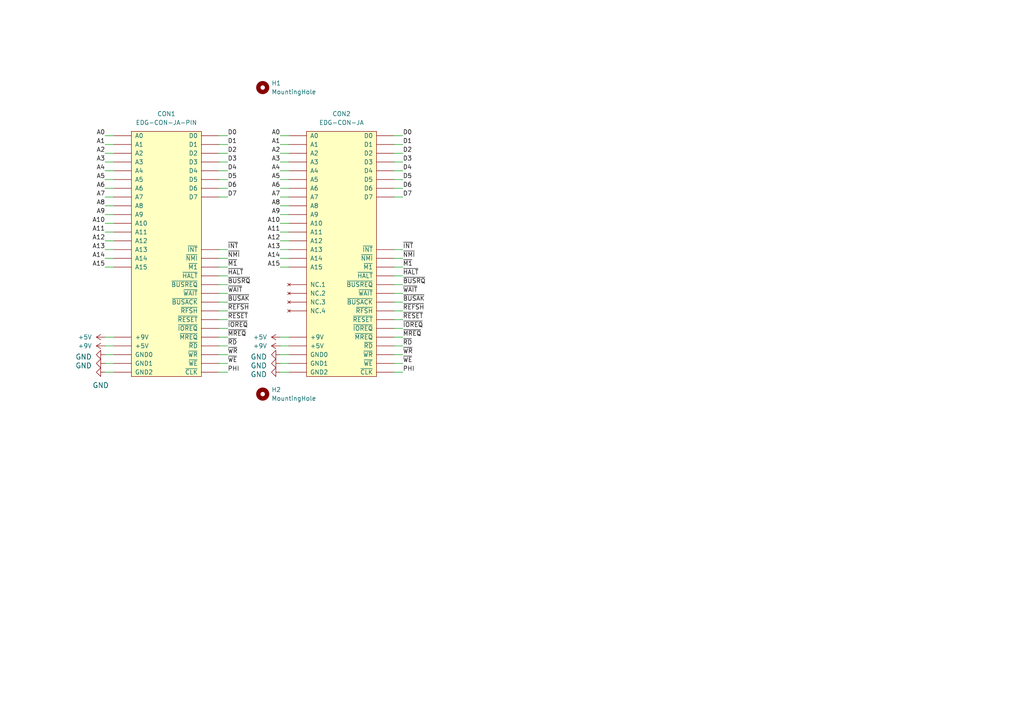
<source format=kicad_sch>
(kicad_sch (version 20211123) (generator eeschema)
  (paper "A4")
  (title_block (title "ACE 2 Pinout to Edge Connector") (date "2022-12-09") (rev "-1") (comment 1 "John Bradley"))
  (lib_symbols
    (symbol "Mechanical:MountingHole" (pin_names (offset 1.016))
      (property "Reference" "H" (at 0 5.08 0))
      (property "Value" "MountingHole" (at 0 3.175 0))
      (symbol "MountingHole_0_1"
        (circle (center 0 0) (radius 1.27) (stroke (width 1.27)))
      )
    )
    (symbol "edg-con-ja:EDG-CON-JA" (pin_names (offset 1.016))
      (property "Reference" "CON?" (at 7.62 35.56 0))
      (property "Value" "EDG-CON-JA" (at -3.81 35.56 0))
      (symbol "EDG-CON-JA_0_0"
        (pin power_in line (at -15.24 -30.48 0) (length 5.08) (name "GND0") (number "GND0"))
      )
      (symbol "EDG-CON-JA_1_0"
        (rectangle (start -10.16 34.29) (end 10.16 -36.83) (fill (type background)))
        (pin power_in line (at -15.24 -27.94 0) (length 5.08) (name "+5V") (number "+5V"))
        (pin power_in line (at -15.24 -25.4 0) (length 5.08) (name "+9V") (number "+9V"))
        (pin bidirectional line (at -15.24 33.02 0) (length 5.08) (name "A0") (number "A0"))
        (pin bidirectional line (at -15.24 30.48 0) (length 5.08) (name "A1") (number "A1"))
        (pin bidirectional line (at -15.24 7.62 0) (length 5.08) (name "A10") (number "A10"))
        (pin bidirectional line (at -15.24 5.08 0) (length 5.08) (name "A11") (number "A11"))
        (pin bidirectional line (at -15.24 2.54 0) (length 5.08) (name "A12") (number "A12"))
        (pin bidirectional line (at -15.24 0 0) (length 5.08) (name "A13") (number "A13"))
        (pin bidirectional line (at -15.24 -2.54 0) (length 5.08) (name "A14") (number "A14"))
        (pin bidirectional line (at -15.24 -5.08 0) (length 5.08) (name "A15") (number "A15"))
        (pin bidirectional line (at -15.24 27.94 0) (length 5.08) (name "A2") (number "A2"))
        (pin bidirectional line (at -15.24 25.4 0) (length 5.08) (name "A3") (number "A3"))
        (pin bidirectional line (at -15.24 22.86 0) (length 5.08) (name "A4") (number "A4"))
        (pin bidirectional line (at -15.24 20.32 0) (length 5.08) (name "A5") (number "A5"))
        (pin bidirectional line (at -15.24 17.78 0) (length 5.08) (name "A6") (number "A6"))
        (pin bidirectional line (at -15.24 15.24 0) (length 5.08) (name "A7") (number "A7"))
        (pin bidirectional line (at -15.24 12.7 0) (length 5.08) (name "A8") (number "A8"))
        (pin bidirectional line (at -15.24 10.16 0) (length 5.08) (name "A9") (number "A9"))
        (pin bidirectional line (at 15.24 33.02 180) (length 5.08) (name "D0") (number "D0"))
        (pin bidirectional line (at 15.24 30.48 180) (length 5.08) (name "D1") (number "D1"))
        (pin bidirectional line (at 15.24 27.94 180) (length 5.08) (name "D2") (number "D2"))
        (pin bidirectional line (at 15.24 25.4 180) (length 5.08) (name "D3") (number "D3"))
        (pin bidirectional line (at 15.24 22.86 180) (length 5.08) (name "D4") (number "D4"))
        (pin bidirectional line (at 15.24 20.32 180) (length 5.08) (name "D5") (number "D5"))
        (pin bidirectional line (at 15.24 17.78 180) (length 5.08) (name "D6") (number "D6"))
        (pin bidirectional line (at 15.24 15.24 180) (length 5.08) (name "D7") (number "D7"))
        (pin power_in line (at -15.24 -33.02 0) (length 5.08) (name "GND1") (number "GND1"))
        (pin power_in line (at -15.24 -35.56 0) (length 5.08) (name "GND2") (number "GND2"))
        (pin no_connect line (at -15.24 -10.16 0) (length 5.08) (name "NC.1") (number "N.C.1"))
        (pin no_connect line (at -15.24 -12.7 0) (length 5.08) (name "NC.2") (number "N.C.2"))
        (pin no_connect line (at -15.24 -15.24 0) (length 5.08) (name "NC.3") (number "N.C.3"))
        (pin no_connect line (at -15.24 -17.78 0) (length 5.08) (name "NC.4") (number "N.C.4"))
        (pin bidirectional line (at 15.24 -15.24 180) (length 5.08) (name "~{BUSACK}") (number "~{BUSACK}"))
        (pin bidirectional line (at 15.24 -10.16 180) (length 5.08) (name "~{BUSREQ}") (number "~{BUSREQ}"))
        (pin bidirectional line (at 15.24 -35.56 180) (length 5.08) (name "~{CLK}") (number "~{CLK}"))
        (pin bidirectional line (at 15.24 -7.62 180) (length 5.08) (name "~{HALT}") (number "~{HALT}"))
        (pin bidirectional line (at 15.24 0 180) (length 5.08) (name "~{INT}") (number "~{INT}"))
        (pin bidirectional line (at 15.24 -22.86 180) (length 5.08) (name "~{IOREQ}") (number "~{IOREQ}"))
        (pin bidirectional line (at 15.24 -5.08 180) (length 5.08) (name "~{M1}") (number "~{M1}"))
        (pin bidirectional line (at 15.24 -25.4 180) (length 5.08) (name "~{MREQ}") (number "~{MREQ}"))
        (pin passive line (at 15.24 -2.54 180) (length 5.08) (name "~{NMI}") (number "~{NMI}"))
        (pin bidirectional line (at 15.24 -27.94 180) (length 5.08) (name "~{RD}") (number "~{RD}"))
        (pin bidirectional line (at 15.24 -20.32 180) (length 5.08) (name "~{RESET}") (number "~{RESET}"))
        (pin bidirectional line (at 15.24 -17.78 180) (length 5.08) (name "~{RFSH}") (number "~{RFSH}"))
        (pin bidirectional line (at 15.24 -12.7 180) (length 5.08) (name "~{WAIT}") (number "~{WAIT}"))
        (pin bidirectional line (at 15.24 -33.02 180) (length 5.08) (name "~{WE}") (number "~{WE}"))
        (pin bidirectional line (at 15.24 -30.48 180) (length 5.08) (name "~{WR}") (number "~{WR}"))
      )
    )
    (symbol "edg-con-ja:EDG-CON-JA-PIN" (pin_names (offset 1.016))
      (property "Reference" "CON?" (at 7.62 35.56 0))
      (property "Value" "EDG-CON-JA-PIN" (at -3.81 35.56 0))
      (symbol "EDG-CON-JA-PIN_0_0"
        (pin power_in line (at -15.24 -30.48 0) (length 5.08) (name "GND0") (number "41"))
      )
      (symbol "EDG-CON-JA-PIN_1_0"
        (rectangle (start -10.16 34.29) (end 10.16 -36.83) (fill (type background)))
        (pin bidirectional line (at 15.24 -33.02 180) (length 5.08) (name "~{WE}") (number "1"))
        (pin bidirectional line (at -15.24 25.4 0) (length 5.08) (name "A3") (number "10"))
        (pin bidirectional line (at -15.24 12.7 0) (length 5.08) (name "A8") (number "11"))
        (pin bidirectional line (at -15.24 22.86 0) (length 5.08) (name "A4") (number "12"))
        (pin bidirectional line (at -15.24 10.16 0) (length 5.08) (name "A9") (number "13"))
        (pin bidirectional line (at -15.24 20.32 0) (length 5.08) (name "A5") (number "14"))
        (pin bidirectional line (at -15.24 7.62 0) (length 5.08) (name "A10") (number "15"))
        (pin bidirectional line (at -15.24 17.78 0) (length 5.08) (name "A6") (number "16"))
        (pin bidirectional line (at -15.24 27.94 0) (length 5.08) (name "A2") (number "17"))
        (pin bidirectional line (at 15.24 -17.78 180) (length 5.08) (name "~{RFSH}") (number "18"))
        (pin bidirectional line (at 15.24 20.32 180) (length 5.08) (name "D5") (number "19"))
        (pin bidirectional line (at 15.24 15.24 180) (length 5.08) (name "D7") (number "2"))
        (pin bidirectional line (at 15.24 -5.08 180) (length 5.08) (name "~{M1}") (number "20"))
        (pin bidirectional line (at 15.24 25.4 180) (length 5.08) (name "D3") (number "21"))
        (pin bidirectional line (at 15.24 -20.32 180) (length 5.08) (name "~{RESET}") (number "22"))
        (pin bidirectional line (at 15.24 22.86 180) (length 5.08) (name "D4") (number "23"))
        (pin bidirectional line (at 15.24 -10.16 180) (length 5.08) (name "~{BUSREQ}") (number "24"))
        (pin bidirectional line (at -15.24 -5.08 0) (length 5.08) (name "A15") (number "25"))
        (pin bidirectional line (at 15.24 -12.7 180) (length 5.08) (name "~{WAIT}") (number "26"))
        (pin bidirectional line (at -15.24 -2.54 0) (length 5.08) (name "A14") (number "27"))
        (pin bidirectional line (at 15.24 -15.24 180) (length 5.08) (name "~{BUSACK}") (number "28"))
        (pin bidirectional line (at -15.24 0 0) (length 5.08) (name "A13") (number "29"))
        (pin bidirectional line (at 15.24 17.78 180) (length 5.08) (name "D6") (number "3"))
        (pin bidirectional line (at 15.24 -30.48 180) (length 5.08) (name "~{WR}") (number "30"))
        (pin bidirectional line (at -15.24 2.54 0) (length 5.08) (name "A12") (number "31"))
        (pin bidirectional line (at 15.24 -27.94 180) (length 5.08) (name "~{RD}") (number "32"))
        (pin bidirectional line (at -15.24 5.08 0) (length 5.08) (name "A11") (number "33"))
        (pin bidirectional line (at 15.24 -22.86 180) (length 5.08) (name "~{IOREQ}") (number "34"))
        (pin bidirectional line (at 15.24 -35.56 180) (length 5.08) (name "~{CLK}") (number "35"))
        (pin bidirectional line (at 15.24 -25.4 180) (length 5.08) (name "~{MREQ}") (number "36"))
        (pin power_in line (at -15.24 -27.94 0) (length 5.08) (name "+5V") (number "37"))
        (pin bidirectional line (at 15.24 -7.62 180) (length 5.08) (name "~{HALT}") (number "38"))
        (pin power_in line (at -15.24 -25.4 0) (length 5.08) (name "+9V") (number "39"))
        (pin bidirectional line (at 15.24 27.94 180) (length 5.08) (name "D2") (number "4"))
        (pin passive line (at 15.24 -2.54 180) (length 5.08) (name "~{NMI}") (number "40"))
        (pin bidirectional line (at 15.24 0 180) (length 5.08) (name "~{INT}") (number "42"))
        (pin power_in line (at -15.24 -33.02 0) (length 5.08) (name "GND1") (number "43"))
        (pin power_in line (at -15.24 -35.56 0) (length 5.08) (name "GND2") (number "44"))
        (pin bidirectional line (at 15.24 30.48 180) (length 5.08) (name "D1") (number "5"))
        (pin bidirectional line (at 15.24 33.02 180) (length 5.08) (name "D0") (number "6"))
        (pin bidirectional line (at -15.24 33.02 0) (length 5.08) (name "A0") (number "7"))
        (pin bidirectional line (at -15.24 30.48 0) (length 5.08) (name "A1") (number "8"))
        (pin bidirectional line (at -15.24 15.24 0) (length 5.08) (name "A7") (number "9"))
      )
    )
    (symbol "power:+5V" (power) (pin_names (offset 0))
      (property "Value" "+5V" (at 0 3.556 0))
      (symbol "+5V_0_1"
        (polyline (pts (xy -0.762 1.27) (xy 0 2.54)))
        (polyline (pts (xy 0 0) (xy 0 2.54)))
        (polyline (pts (xy 0 2.54) (xy 0.762 1.27)))
      )
      (symbol "+5V_1_1"
        (pin power_in line (at 0 0 90) (length 0) hide (name "+5V") (number "1"))
      )
    )
    (symbol "power:+9V" (power) (pin_names (offset 0))
      (property "Value" "+9V" (at 0 3.556 0))
      (symbol "+9V_0_1"
        (polyline (pts (xy -0.762 1.27) (xy 0 2.54)))
        (polyline (pts (xy 0 0) (xy 0 2.54)))
        (polyline (pts (xy 0 2.54) (xy 0.762 1.27)))
      )
      (symbol "+9V_1_1"
        (pin power_in line (at 0 0 90) (length 0) hide (name "+9V") (number "1"))
      )
    )
    (symbol "power:GND" (power) (pin_names (offset 0))
      (property "Value" "GND" (at 0 -3.81 0))
      (symbol "GND_0_1"
        (polyline (pts (xy 0 0) (xy 0 -1.27) (xy 1.27 -1.27) (xy 0 -2.54) (xy -1.27 -1.27) (xy 0 -1.27)))
      )
      (symbol "GND_1_1"
        (pin power_in line (at 0 0 270) (length 0) hide (name "GND") (number "1"))
      )
    )
  )
  (wire (pts (xy 63.5 57.15) (xy 66.04 57.15)))
  (wire (pts (xy 114.3 46.99) (xy 116.84 46.99)))
  (wire (pts (xy 114.3 72.39) (xy 116.84 72.39)))
  (wire (pts (xy 114.3 41.91) (xy 116.84 41.91)))
  (wire (pts (xy 63.5 97.79) (xy 66.04 97.79)))
  (wire (pts (xy 33.02 49.53) (xy 30.48 49.53)))
  (wire (pts (xy 33.02 59.69) (xy 30.48 59.69)))
  (wire (pts (xy 33.02 107.95) (xy 30.48 107.95)))
  (wire (pts (xy 83.82 41.91) (xy 81.28 41.91)))
  (wire (pts (xy 114.3 49.53) (xy 116.84 49.53)))
  (wire (pts (xy 63.5 90.17) (xy 66.04 90.17)))
  (wire (pts (xy 114.3 102.87) (xy 116.84 102.87)))
  (wire (pts (xy 33.02 41.91) (xy 30.48 41.91)))
  (wire (pts (xy 114.3 52.07) (xy 116.84 52.07)))
  (wire (pts (xy 63.5 100.33) (xy 66.04 100.33)))
  (wire (pts (xy 33.02 102.87) (xy 30.48 102.87)))
  (wire (pts (xy 114.3 39.37) (xy 116.84 39.37)))
  (wire (pts (xy 83.82 46.99) (xy 81.28 46.99)))
  (wire (pts (xy 63.5 80.01) (xy 66.04 80.01)))
  (wire (pts (xy 63.5 82.55) (xy 66.04 82.55)))
  (wire (pts (xy 63.5 85.09) (xy 66.04 85.09)))
  (wire (pts (xy 33.02 57.15) (xy 30.48 57.15)))
  (wire (pts (xy 63.5 102.87) (xy 66.04 102.87)))
  (wire (pts (xy 114.3 105.41) (xy 116.84 105.41)))
  (wire (pts (xy 83.82 77.47) (xy 81.28 77.47)))
  (wire (pts (xy 63.5 92.71) (xy 66.04 92.71)))
  (wire (pts (xy 63.5 46.99) (xy 66.04 46.99)))
  (wire (pts (xy 63.5 77.47) (xy 66.04 77.47)))
  (wire (pts (xy 114.3 57.15) (xy 116.84 57.15)))
  (wire (pts (xy 33.02 64.77) (xy 30.48 64.77)))
  (wire (pts (xy 114.3 92.71) (xy 116.84 92.71)))
  (wire (pts (xy 63.5 95.25) (xy 66.04 95.25)))
  (wire (pts (xy 33.02 72.39) (xy 30.48 72.39)))
  (wire (pts (xy 33.02 97.79) (xy 30.48 97.79)))
  (wire (pts (xy 33.02 46.99) (xy 30.48 46.99)))
  (wire (pts (xy 83.82 44.45) (xy 81.28 44.45)))
  (wire (pts (xy 83.82 62.23) (xy 81.28 62.23)))
  (wire (pts (xy 83.82 57.15) (xy 81.28 57.15)))
  (wire (pts (xy 114.3 87.63) (xy 116.84 87.63)))
  (wire (pts (xy 63.5 54.61) (xy 66.04 54.61)))
  (wire (pts (xy 33.02 100.33) (xy 30.48 100.33)))
  (wire (pts (xy 83.82 64.77) (xy 81.28 64.77)))
  (wire (pts (xy 33.02 62.23) (xy 30.48 62.23)))
  (wire (pts (xy 83.82 54.61) (xy 81.28 54.61)))
  (wire (pts (xy 81.28 105.41) (xy 83.82 105.41)))
  (wire (pts (xy 114.3 80.01) (xy 116.84 80.01)))
  (wire (pts (xy 114.3 44.45) (xy 116.84 44.45)))
  (wire (pts (xy 83.82 59.69) (xy 81.28 59.69)))
  (wire (pts (xy 63.5 87.63) (xy 66.04 87.63)))
  (wire (pts (xy 30.48 105.41) (xy 33.02 105.41)))
  (wire (pts (xy 83.82 72.39) (xy 81.28 72.39)))
  (wire (pts (xy 63.5 72.39) (xy 66.04 72.39)))
  (wire (pts (xy 114.3 100.33) (xy 116.84 100.33)))
  (wire (pts (xy 63.5 41.91) (xy 66.04 41.91)))
  (wire (pts (xy 83.82 107.95) (xy 81.28 107.95)))
  (wire (pts (xy 63.5 105.41) (xy 66.04 105.41)))
  (wire (pts (xy 83.82 52.07) (xy 81.28 52.07)))
  (wire (pts (xy 83.82 39.37) (xy 81.28 39.37)))
  (wire (pts (xy 83.82 102.87) (xy 81.28 102.87)))
  (wire (pts (xy 33.02 52.07) (xy 30.48 52.07)))
  (wire (pts (xy 63.5 39.37) (xy 66.04 39.37)))
  (wire (pts (xy 63.5 107.95) (xy 66.04 107.95)))
  (wire (pts (xy 114.3 107.95) (xy 116.84 107.95)))
  (wire (pts (xy 83.82 100.33) (xy 81.28 100.33)))
  (wire (pts (xy 114.3 82.55) (xy 116.84 82.55)))
  (wire (pts (xy 114.3 90.17) (xy 116.84 90.17)))
  (wire (pts (xy 33.02 69.85) (xy 30.48 69.85)))
  (wire (pts (xy 114.3 54.61) (xy 116.84 54.61)))
  (wire (pts (xy 83.82 49.53) (xy 81.28 49.53)))
  (wire (pts (xy 114.3 74.93) (xy 116.84 74.93)))
  (wire (pts (xy 83.82 67.31) (xy 81.28 67.31)))
  (wire (pts (xy 33.02 67.31) (xy 30.48 67.31)))
  (wire (pts (xy 63.5 52.07) (xy 66.04 52.07)))
  (wire (pts (xy 33.02 39.37) (xy 30.48 39.37)))
  (wire (pts (xy 114.3 95.25) (xy 116.84 95.25)))
  (wire (pts (xy 33.02 77.47) (xy 30.48 77.47)))
  (wire (pts (xy 63.5 44.45) (xy 66.04 44.45)))
  (wire (pts (xy 63.5 49.53) (xy 66.04 49.53)))
  (wire (pts (xy 33.02 74.93) (xy 30.48 74.93)))
  (wire (pts (xy 63.5 74.93) (xy 66.04 74.93)))
  (wire (pts (xy 114.3 85.09) (xy 116.84 85.09)))
  (wire (pts (xy 83.82 74.93) (xy 81.28 74.93)))
  (wire (pts (xy 114.3 77.47) (xy 116.84 77.47)))
  (wire (pts (xy 83.82 69.85) (xy 81.28 69.85)))
  (wire (pts (xy 33.02 54.61) (xy 30.48 54.61)))
  (wire (pts (xy 114.3 97.79) (xy 116.84 97.79)))
  (wire (pts (xy 83.82 97.79) (xy 81.28 97.79)))
  (wire (pts (xy 33.02 44.45) (xy 30.48 44.45)))
  (label "A9" (at 30.48 62.23 0))
  (label "A7" (at 81.28 57.15 0))
  (label "~{WR}" (at 66.04 102.87 0))
  (label "~{INT}" (at 66.04 72.39 0))
  (label "~{M1}" (at 66.04 77.47 0))
  (label "A15" (at 81.28 77.47 0))
  (label "D7" (at 66.04 57.15 0))
  (label "~{BUSRQ}" (at 116.84 82.55 0))
  (label "D6" (at 66.04 54.61 0))
  (label "PHI" (at 66.04 107.95 0))
  (label "A12" (at 30.48 69.85 0))
  (label "A3" (at 81.28 46.99 0))
  (label "A8" (at 81.28 59.69 0))
  (label "A1" (at 81.28 41.91 0))
  (label "A2" (at 30.48 44.45 0))
  (label "A13" (at 81.28 72.39 0))
  (label "~{HALT}" (at 116.84 80.01 0))
  (label "D3" (at 66.04 46.99 0))
  (label "A11" (at 81.28 67.31 0))
  (label "A10" (at 30.48 64.77 0))
  (label "~{REFSH}" (at 66.04 90.17 0))
  (label "~{WAIT}" (at 66.04 85.09 0))
  (label "A6" (at 30.48 54.61 0))
  (label "~{INT}" (at 116.84 72.39 0))
  (label "~{HALT}" (at 66.04 80.01 0))
  (label "A13" (at 30.48 72.39 0))
  (label "~{RESET}" (at 66.04 92.71 0))
  (label "~{WE}" (at 116.84 105.41 0))
  (label "A14" (at 81.28 74.93 0))
  (label "D1" (at 66.04 41.91 0))
  (label "A8" (at 30.48 59.69 0))
  (label "A9" (at 81.28 62.23 0))
  (label "~{REFSH}" (at 116.84 90.17 0))
  (label "~{WAIT}" (at 116.84 85.09 0))
  (label "PHI" (at 116.84 107.95 0))
  (label "~{NMI}" (at 66.04 74.93 0))
  (label "D2" (at 66.04 44.45 0))
  (label "D4" (at 116.84 49.53 0))
  (label "D4" (at 66.04 49.53 0))
  (label "A2" (at 81.28 44.45 0))
  (label "A5" (at 81.28 52.07 0))
  (label "D5" (at 66.04 52.07 0))
  (label "~{MREQ}" (at 116.84 97.79 0))
  (label "D7" (at 116.84 57.15 0))
  (label "~{RD}" (at 66.04 100.33 0))
  (label "A12" (at 81.28 69.85 0))
  (label "A15" (at 30.48 77.47 0))
  (label "~{IOREQ}" (at 116.84 95.25 0))
  (label "~{BUSAK}" (at 116.84 87.63 0))
  (label "~{WR}" (at 116.84 102.87 0))
  (label "D1" (at 116.84 41.91 0))
  (label "A3" (at 30.48 46.99 0))
  (label "~{BUSAK}" (at 66.04 87.63 0))
  (label "A4" (at 81.28 49.53 0))
  (label "D6" (at 116.84 54.61 0))
  (label "A7" (at 30.48 57.15 0))
  (label "D2" (at 116.84 44.45 0))
  (label "A10" (at 81.28 64.77 0))
  (label "~{MREQ}" (at 66.04 97.79 0))
  (label "D0" (at 66.04 39.37 0))
  (label "D0" (at 116.84 39.37 0))
  (label "A14" (at 30.48 74.93 0))
  (label "~{NMI}" (at 116.84 74.93 0))
  (label "~{IOREQ}" (at 66.04 95.25 0))
  (label "~{WE}" (at 66.04 105.41 0))
  (label "A6" (at 81.28 54.61 0))
  (label "D3" (at 116.84 46.99 0))
  (label "A1" (at 30.48 41.91 0))
  (label "A11" (at 30.48 67.31 0))
  (label "~{RD}" (at 116.84 100.33 0))
  (label "A0" (at 30.48 39.37 0))
  (label "A4" (at 30.48 49.53 0))
  (label "A5" (at 30.48 52.07 0))
  (label "~{M1}" (at 116.84 77.47 0))
  (label "D5" (at 116.84 52.07 0))
  (label "~{RESET}" (at 116.84 92.71 0))
  (label "~{BUSRQ}" (at 66.04 82.55 0))
  (label "A0" (at 81.28 39.37 0))
  (symbol (lib_id "Mechanical:MountingHole") (at 76.2 25.4 0) (unit 1)
    (property "Reference" "H1" (at 78.74 24.1299 0) (effects (justify left)))
    (property "Value" "MountingHole" (at 78.74 26.6699 0) (effects (justify left)))
    (property "Footprint" "MountingHole:MountingHole_3.2mm_M3" (effects hide))
  )
  (symbol (lib_id "Mechanical:MountingHole") (at 76.2 114.3 0) (unit 1)
    (property "Reference" "H2" (at 78.74 113.0299 0) (effects (justify left)))
    (property "Value" "MountingHole" (at 78.74 115.5699 0) (effects (justify left)))
    (property "Footprint" "MountingHole:MountingHole_3.2mm_M3" (effects hide))
  )
  (symbol (lib_id "power:+9V") (at 81.28 100.33 90) (unit 1)
    (property "Reference" "#PWR0103" (effects hide))
    (property "Value" "+9V" (at 77.47 100.3299 90) (effects (justify left)))
  )
  (symbol (lib_id "edg-con-ja:EDG-CON-JA-PIN") (at 48.26 72.39 0) (unit 1)
    (property "Reference" "CON1" (at 48.26 33.02 0))
    (property "Value" "EDG-CON-JA-PIN" (at 48.26 35.56 0))
    (property "Footprint" "Connector_PinSocket_2.54mm:PinSocket_2x22_P2.54mm_Vertical" (effects hide))
  )
  (symbol (lib_id "power:+5V") (at 81.28 97.79 90) (unit 1)
    (property "Reference" "#PWR0104" (effects hide))
    (property "Value" "+5V" (at 77.47 97.7899 90) (effects (justify left)))
  )
  (symbol (lib_id "power:GND") (at 81.28 102.87 270) (unit 1)
    (property "Reference" "#SUPPLY0104" (effects hide))
    (property "Value" "GND" (at 77.47 103.5049 90) (effects (font (size 1.4986 1.4986)) (justify right)))
  )
  (symbol (lib_id "power:GND") (at 30.48 107.95 270) (unit 1)
    (property "Reference" "#SUPPLY0108" (effects hide))
    (property "Value" "GND" (at 29.21 111.76 90) (effects (font (size 1.4986 1.4986))))
  )
  (symbol (lib_id "power:GND") (at 30.48 102.87 270) (unit 1)
    (property "Reference" "#SUPPLY0106" (effects hide))
    (property "Value" "GND" (at 26.67 103.5049 90) (effects (font (size 1.4986 1.4986)) (justify right)))
  )
  (symbol (lib_id "power:GND") (at 30.48 105.41 270) (unit 1)
    (property "Reference" "#SUPPLY0107" (effects hide))
    (property "Value" "GND" (at 26.67 106.0449 90) (effects (font (size 1.4986 1.4986)) (justify right)))
  )
  (symbol (lib_id "edg-con-ja:EDG-CON-JA") (at 99.06 72.39 0) (unit 1)
    (property "Reference" "CON2" (at 99.06 33.02 0))
    (property "Value" "EDG-CON-JA" (at 99.06 35.56 0))
    (property "Footprint" "ExtraFootprints:EDG-CON-JA" (effects hide))
  )
  (symbol (lib_id "power:GND") (at 81.28 105.41 270) (unit 1)
    (property "Reference" "#SUPPLY0105" (effects hide))
    (property "Value" "GND" (at 77.47 106.0449 90) (effects (font (size 1.4986 1.4986)) (justify right)))
  )
  (symbol (lib_id "power:GND") (at 81.28 107.95 270) (unit 1)
    (property "Reference" "#SUPPLY0103" (effects hide))
    (property "Value" "GND" (at 77.47 108.5849 90) (effects (font (size 1.4986 1.4986)) (justify right)))
  )
  (symbol (lib_id "power:+5V") (at 30.48 97.79 90) (unit 1)
    (property "Reference" "#PWR0105" (effects hide))
    (property "Value" "+5V" (at 26.67 97.7899 90) (effects (justify left)))
  )
  (symbol (lib_id "power:+9V") (at 30.48 100.33 90) (unit 1)
    (property "Reference" "#PWR0106" (effects hide))
    (property "Value" "+9V" (at 26.67 100.3299 90) (effects (justify left)))
  )
)
</source>
